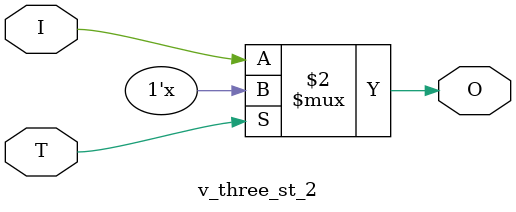
<source format=v>
module v_three_st_2 (T, I, O);
    input  T, I;
    output O;

    assign O = (~T) ? I: 1'bZ;

endmodule

</source>
